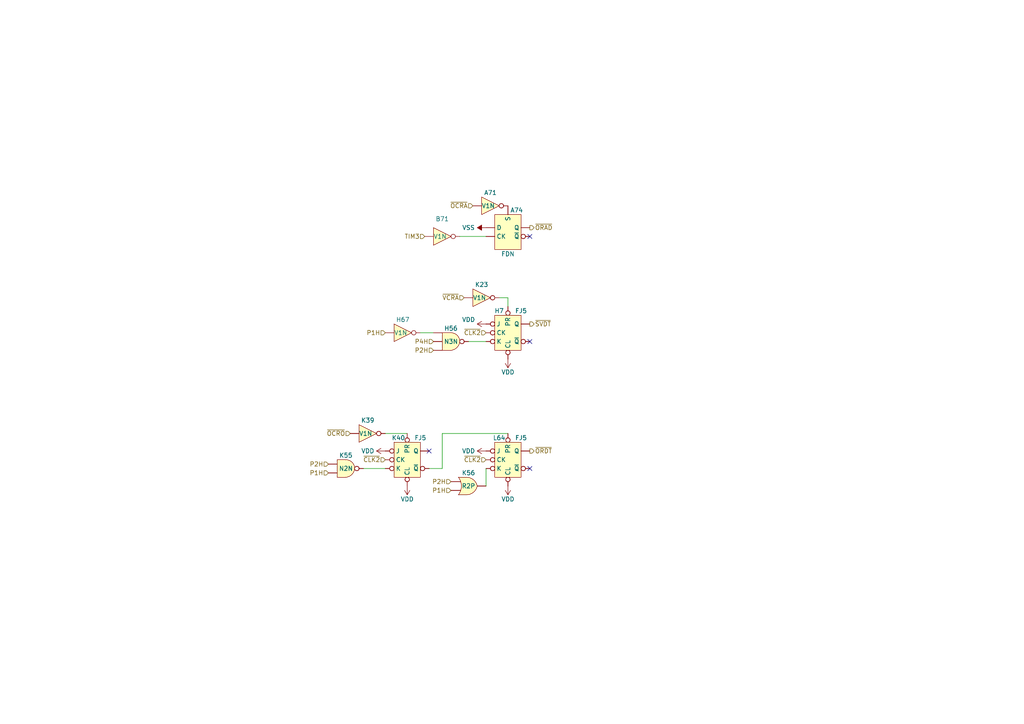
<source format=kicad_sch>
(kicad_sch (version 20230121) (generator eeschema)
  (paper "A4")
  (title_block (title "Konami 007782") (date "2023-08-09") (company "Ulf Skutnabba, twitter: @skutis77"))
  (lib_symbols
    (symbol "ga_fujitsu_av:FDN"
      (property "Reference" "U" (at 2.54 6.35 0))
      (property "Value" "FDN" (at 0 -6.35 0))
      (symbol "FDN_1_1"
        (rectangle (start -3.81 5.08) (end 3.81 -5.08) (fill (type background)))
        (pin input line (at -6.35 -1.27 0) (length 2.54) (name "CK") (number ""))
        (pin input line (at -6.35 1.27 0) (length 2.54) (name "D") (number ""))
        (pin output line (at 6.35 1.27 180) (length 2.54) (name "Q") (number ""))
        (pin input line (at 0 7.62 270) (length 2.54) (name "S") (number ""))
        (pin output inverted (at 6.35 -1.27 180) (length 2.54) (name "~{Q}") (number ""))
      )
    )
    (symbol "ga_fujitsu_av:FJ5"
      (property "Reference" "U" (at -2.54 6.35 0))
      (property "Value" "FJ5" (at 3.81 6.35 0))
      (symbol "FJ5_1_1"
        (rectangle (start -3.81 5.08) (end 3.81 -5.08) (fill (type background)))
        (pin input inverted (at -6.35 0 0) (length 2.54) (name "CK") (number ""))
        (pin input inverted (at 0 -7.62 90) (length 2.54) (name "CL") (number ""))
        (pin input inverted (at -6.35 2.54 0) (length 2.54) (name "J") (number ""))
        (pin input inverted (at -6.35 -2.54 0) (length 2.54) (name "K") (number ""))
        (pin input inverted (at 0 7.62 270) (length 2.54) (name "PR") (number ""))
        (pin output line (at 6.35 2.54 180) (length 2.54) (name "Q") (number ""))
        (pin output inverted (at 6.35 -2.54 180) (length 2.54) (name "~{Q}") (number ""))
      )
    )
    (symbol "ga_fujitsu_av:N2N"
      (property "Reference" "U" (at 0 3.81 0))
      (property "Value" "N2N" (at 0 0 0))
      (symbol "N2N_1_1"
        (arc (start 0 -2.54) (mid 1.7263 -1.7263) (end 2.54 0) (fill (type background)))
        (polyline (pts (xy 0 2.54) (xy -2.54 2.54) (xy -2.54 -2.54) (xy 0 -2.54)) (fill (type background)))
        (arc (start 2.54 0) (mid 1.7961 1.7961) (end 0 2.54) (fill (type background)))
        (pin input line (at -5.08 -1.27 0) (length 2.54) (name "") (number ""))
        (pin input line (at -5.08 1.27 0) (length 2.54) (name "") (number ""))
        (pin output inverted (at 5.08 0 180) (length 2.54) (name "") (number ""))
      )
    )
    (symbol "ga_fujitsu_av:N3N"
      (property "Reference" "U" (at -1.27 3.81 0))
      (property "Value" "N3N" (at 2.54 3.81 0))
      (symbol "N3N_1_1"
        (arc (start 0 -2.54) (mid 1.7263 -1.7263) (end 2.54 0) (fill (type background)))
        (polyline (pts (xy 0 2.54) (xy -2.54 2.54) (xy -2.54 -2.54) (xy 0 -2.54)) (fill (type background)))
        (arc (start 2.54 0) (mid 1.7961 1.7961) (end 0 2.54) (fill (type background)))
        (pin input line (at -5.08 -2.54 0) (length 2.54) (name "") (number ""))
        (pin input line (at -5.08 0 0) (length 2.54) (name "") (number ""))
        (pin input line (at -5.08 2.54 0) (length 2.54) (name "") (number ""))
        (pin output inverted (at 5.08 0 180) (length 2.54) (name "") (number ""))
      )
    )
    (symbol "ga_fujitsu_av:R2P"
      (property "Reference" "U" (at 0 3.81 0))
      (property "Value" "R2P" (at 0 0 0))
      (symbol "R2P_1_1"
        (arc (start -2.9127 -2.5398) (mid -2.0762 0.0001) (end -2.9129 2.54))
        (arc (start -0.635 -2.54) (mid 1.3992 -1.8283) (end 2.54 0) (fill (type background)))
        (polyline (pts (xy -0.635 -2.54) (xy -2.921 -2.54)) (fill (type outline)))
        (polyline (pts (xy -0.635 2.54) (xy -2.921 2.54)) (fill (type background)))
        (polyline (pts (xy -0.635 2.54) (xy -2.921 2.54) (xy -2.54 1.905) (xy -2.286 1.27) (xy -2.159 0.762) (xy -2.1082 0.4572) (xy -2.0828 0.1778) (xy -2.0828 -0.127) (xy -2.1336 -0.6604) (xy -2.2098 -1.016) (xy -2.3114 -1.3716) (xy -2.4384 -1.6764) (xy -2.6162 -2.0574) (xy -2.794 -2.3368) (xy -2.921 -2.54) (xy -0.635 -2.54)) (stroke (width -0.0001)) (fill (type background)))
        (arc (start 2.54 0) (mid 1.3994 1.8287) (end -0.635 2.54) (fill (type background)))
        (pin input line (at -5.08 -1.27 0) (length 2.794) (name "") (number ""))
        (pin input line (at -5.08 1.27 0) (length 2.794) (name "") (number ""))
        (pin output line (at 5.08 0 180) (length 2.54) (name "") (number ""))
      )
    )
    (symbol "ga_fujitsu_av:V1N"
      (property "Reference" "U" (at 0 2.54 0))
      (property "Value" "V1N" (at 0 -3.81 0))
      (symbol "V1N_1_1"
        (polyline (pts (xy -2.54 2.54) (xy -2.54 -2.54) (xy 2.54 0) (xy -2.54 2.54)) (fill (type background)))
        (pin input line (at -5.08 0 0) (length 2.54) (name "") (number ""))
        (pin output inverted (at 5.08 0 180) (length 2.54) (name "") (number ""))
      )
    )
    (symbol "power:VDD" (power) (pin_names (offset 0))
      (property "Value" "VDD" (at 0 3.81 0))
      (symbol "VDD_0_1"
        (polyline (pts (xy -0.762 1.27) (xy 0 2.54)))
        (polyline (pts (xy 0 0) (xy 0 2.54)))
        (polyline (pts (xy 0 2.54) (xy 0.762 1.27)))
      )
      (symbol "VDD_1_1"
        (pin power_in line (at 0 0 90) (length 0) hide (name "VDD") (number "1"))
      )
    )
    (symbol "power:VSS" (power) (pin_names (offset 0))
      (property "Value" "VSS" (at 0 3.81 0))
      (symbol "VSS_0_1"
        (polyline (pts (xy 0 0) (xy 0 2.54)))
        (polyline (pts (xy 0.762 1.27) (xy -0.762 1.27) (xy 0 2.54) (xy 0.762 1.27)) (fill (type outline)))
      )
      (symbol "VSS_1_1"
        (pin power_in line (at 0 0 90) (length 0) hide (name "VSS") (number "1"))
      )
    )
  )
  (no_connect (at 124.46 130.81))
  (no_connect (at 153.67 68.58))
  (no_connect (at 153.67 135.89))
  (no_connect (at 153.67 99.06))
  (wire (pts (xy 121.92 96.52) (xy 125.73 96.52)))
  (wire (pts (xy 124.46 135.89) (xy 128.27 135.89)))
  (wire (pts (xy 128.27 135.89) (xy 128.27 125.73)))
  (wire (pts (xy 147.32 86.36) (xy 144.78 86.36)))
  (wire (pts (xy 147.32 86.36) (xy 147.32 88.9)))
  (wire (pts (xy 111.76 125.73) (xy 118.11 125.73)))
  (wire (pts (xy 140.97 140.97) (xy 140.97 135.89)))
  (wire (pts (xy 128.27 125.73) (xy 147.32 125.73)))
  (wire (pts (xy 133.35 68.58) (xy 140.97 68.58)))
  (wire (pts (xy 135.89 99.06) (xy 140.97 99.06)))
  (wire (pts (xy 105.41 135.89) (xy 111.76 135.89)))
  (hierarchical_label "~{ORDT}" (shape output) (at 153.67 130.81 0))
  (hierarchical_label "P2H" (shape input) (at 125.73 101.6 180))
  (hierarchical_label "~{CLK2}" (shape input) (at 111.76 133.35 180))
  (hierarchical_label "~{CLK2}" (shape input) (at 140.97 133.35 180))
  (hierarchical_label "~{VCRA}" (shape input) (at 134.62 86.36 180))
  (hierarchical_label "P4H" (shape input) (at 125.73 99.06 180))
  (hierarchical_label "P1H" (shape input) (at 95.25 137.16 180))
  (hierarchical_label "P2H" (shape input) (at 130.81 139.7 180))
  (hierarchical_label "~{OCRA}" (shape input) (at 137.16 59.69 180))
  (hierarchical_label "P1H" (shape input) (at 111.76 96.52 180))
  (hierarchical_label "~{SVDT}" (shape output) (at 153.67 93.98 0))
  (hierarchical_label "TIM3" (shape input) (at 123.19 68.58 180))
  (hierarchical_label "P2H" (shape input) (at 95.25 134.62 180))
  (hierarchical_label "~{CLK2}" (shape input) (at 140.97 96.52 180))
  (hierarchical_label "P1H" (shape input) (at 130.81 142.24 180))
  (hierarchical_label "~{ORAD}" (shape output) (at 153.67 66.04 0))
  (hierarchical_label "~{OCRO}" (shape input) (at 101.6 125.73 180))
  (symbol (lib_id "ga_fujitsu_av:V1N") (at 106.68 125.73 0) (unit 1)
    (property "Reference" "K39" (at 106.68 121.92 0))
    (property "Value" "V1N" (at 106.0509 125.7471 0))
  )
  (symbol (lib_id "ga_fujitsu_av:FDN") (at 147.32 67.31 0) (unit 1)
    (property "Reference" "A74" (at 149.86 60.96 0))
    (property "Value" "FDN" (at 147.32 73.66 0))
  )
  (symbol (lib_id "ga_fujitsu_av:FJ5") (at 118.11 133.35 0) (unit 1)
    (property "Reference" "K40" (at 115.57 127 0))
    (property "Value" "FJ5" (at 121.92 127 0))
  )
  (symbol (lib_id "power:VDD") (at 118.11 140.97 180) (unit 1)
    (property "Reference" "#PWR019" (effects hide))
    (property "Value" "VDD" (at 118.11 144.78 0))
  )
  (symbol (lib_id "ga_fujitsu_av:N2N") (at 100.33 135.89 0) (unit 1)
    (property "Reference" "K55" (at 100.33 132.08 0))
    (property "Value" "N2N" (at 100.33 135.89 0))
  )
  (symbol (lib_id "ga_fujitsu_av:V1N") (at 139.7 86.36 0) (unit 1)
    (property "Reference" "K23" (at 139.7 82.55 0))
    (property "Value" "V1N" (at 139.0709 86.3771 0))
  )
  (symbol (lib_id "power:VDD") (at 111.76 130.81 90) (unit 1)
    (property "Reference" "#PWR01" (effects hide))
    (property "Value" "VDD" (at 106.68 130.81 90))
  )
  (symbol (lib_id "ga_fujitsu_av:FJ5") (at 147.32 133.35 0) (unit 1)
    (property "Reference" "L64" (at 144.78 127 0))
    (property "Value" "FJ5" (at 151.13 127 0))
  )
  (symbol (lib_id "ga_fujitsu_av:N3N") (at 130.81 99.06 0) (unit 1)
    (property "Reference" "H56" (at 130.81 95.25 0))
    (property "Value" "N3N" (at 130.81 99.06 0))
  )
  (symbol (lib_id "ga_fujitsu_av:V1N") (at 142.24 59.69 0) (unit 1)
    (property "Reference" "A71" (at 142.24 55.88 0))
    (property "Value" "V1N" (at 141.6109 59.7071 0))
  )
  (symbol (lib_id "power:VDD") (at 147.32 140.97 180) (unit 1)
    (property "Reference" "#PWR024" (effects hide))
    (property "Value" "VDD" (at 147.32 144.78 0))
  )
  (symbol (lib_id "power:VSS") (at 140.97 66.04 90) (unit 1)
    (property "Reference" "#PWR020" (effects hide))
    (property "Value" "VSS" (at 135.89 66.04 90))
  )
  (symbol (lib_id "power:VDD") (at 147.32 104.14 180) (unit 1)
    (property "Reference" "#PWR023" (effects hide))
    (property "Value" "VDD" (at 147.32 107.95 0))
  )
  (symbol (lib_id "ga_fujitsu_av:FJ5") (at 147.32 96.52 0) (unit 1)
    (property "Reference" "H7" (at 144.78 90.17 0))
    (property "Value" "FJ5" (at 151.13 90.17 0))
  )
  (symbol (lib_id "ga_fujitsu_av:R2P") (at 135.89 140.97 0) (unit 1)
    (property "Reference" "K56" (at 135.89 137.16 0))
    (property "Value" "R2P" (at 135.89 140.97 0))
  )
  (symbol (lib_id "ga_fujitsu_av:V1N") (at 128.27 68.58 0) (unit 1)
    (property "Reference" "B71" (at 128.27 63.5 0))
    (property "Value" "V1N" (at 127.6409 68.5971 0))
  )
  (symbol (lib_id "power:VDD") (at 140.97 130.81 90) (unit 1)
    (property "Reference" "#PWR022" (effects hide))
    (property "Value" "VDD" (at 135.89 130.81 90))
  )
  (symbol (lib_id "ga_fujitsu_av:V1N") (at 116.84 96.52 0) (unit 1)
    (property "Reference" "H67" (at 116.84 92.71 0))
    (property "Value" "V1N" (at 116.2109 96.5371 0))
  )
  (symbol (lib_id "power:VDD") (at 140.97 93.98 90) (unit 1)
    (property "Reference" "#PWR021" (effects hide))
    (property "Value" "VDD" (at 135.89 92.71 90))
  )
)
</source>
